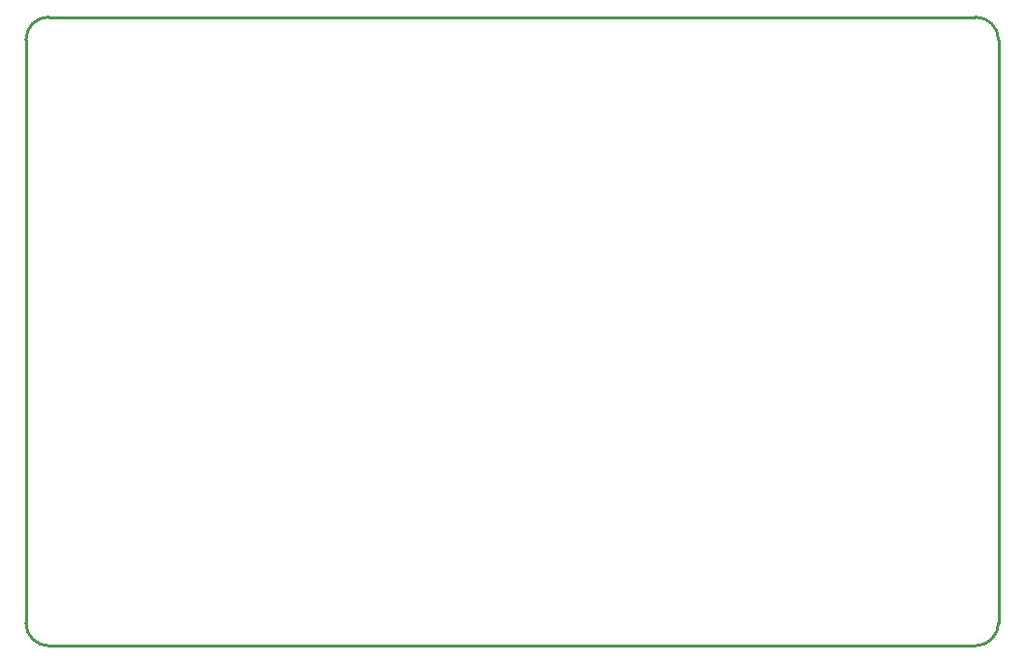
<source format=gko>
G04 Layer: BoardOutline*
G04 EasyEDA v6.3.22, 2020-01-15T10:35:35+08:00*
G04 b15c4467bd8642d682841cabbe2267cb,0c247ba4ff554f47bef9fd8dabc8c001,10*
G04 Gerber Generator version 0.2*
G04 Scale: 100 percent, Rotated: No, Reflected: No *
G04 Dimensions in millimeters *
G04 leading zeros omitted , absolute positions ,3 integer and 3 decimal *
%FSLAX33Y33*%
%MOMM*%
G90*
G71D02*

%ADD10C,0.254000*%
G54D10*
G01X1999Y54999D02*
G01X83000Y54999D01*
G01X85000Y52999D02*
G01X85000Y1999D01*
G01X83000Y0D02*
G01X1999Y0D01*
G01X0Y1999D02*
G01X0Y52999D01*
G75*
G01X83000Y55000D02*
G02X85000Y53000I0J-2000D01*
G01*
G75*
G01X85000Y2000D02*
G02X83000Y0I-2000J0D01*
G01*
G75*
G01X2000Y0D02*
G02X0Y2000I0J2000D01*
G01*
G75*
G01X0Y53000D02*
G02X2000Y55000I2000J0D01*
G01*

%LPD*%
M00*
M02*

</source>
